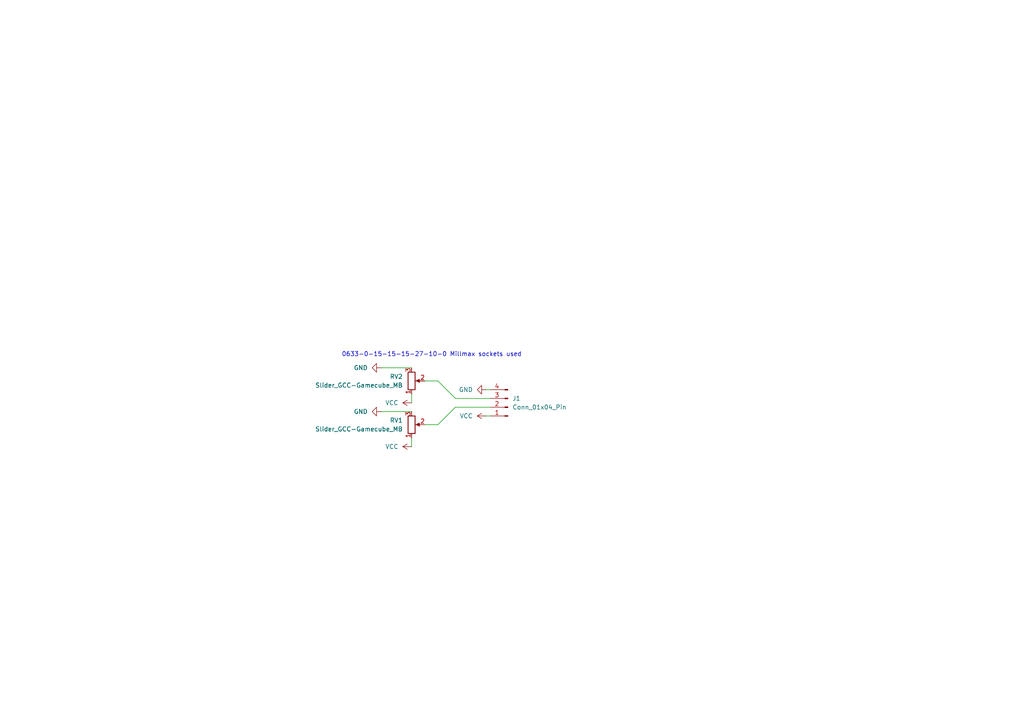
<source format=kicad_sch>
(kicad_sch (version 20231120) (generator "eeschema") (generator_version "8.0")
  (paper "A4")
  (lib_symbols
    (symbol "Connector:Conn_01x04_Pin" (pin_names (offset 1.016) hide)
      (property "Reference" "J" (at 0 5.08 0))
      (property "Value" "Conn_01x04_Pin" (at 0 -7.62 0))
      (symbol "Conn_01x04_Pin_1_1"
        (polyline (pts (xy 1.27 -5.08) (xy 0.8636 -5.08)) (stroke (width 0.1524)))
        (polyline (pts (xy 1.27 -2.54) (xy 0.8636 -2.54)) (stroke (width 0.1524)))
        (polyline (pts (xy 1.27 0) (xy 0.8636 0)) (stroke (width 0.1524)))
        (polyline (pts (xy 1.27 2.54) (xy 0.8636 2.54)) (stroke (width 0.1524)))
        (rectangle (start 0.8636 -4.953) (end 0 -5.207) (stroke (width 0.1524)) (fill (type outline)))
        (rectangle (start 0.8636 -2.413) (end 0 -2.667) (stroke (width 0.1524)) (fill (type outline)))
        (rectangle (start 0.8636 0.127) (end 0 -0.127) (stroke (width 0.1524)) (fill (type outline)))
        (rectangle (start 0.8636 2.667) (end 0 2.413) (stroke (width 0.1524)) (fill (type outline)))
        (pin passive line (at 5.08 2.54 180) (length 3.81) (name "Pin_1") (number "1"))
        (pin passive line (at 5.08 0 180) (length 3.81) (name "Pin_2") (number "2"))
        (pin passive line (at 5.08 -2.54 180) (length 3.81) (name "Pin_3") (number "3"))
        (pin passive line (at 5.08 -5.08 180) (length 3.81) (name "Pin_4") (number "4"))
      )
    )
    (symbol "hhl:Slider_GCC-Gamecube_MB" (pin_names (offset 1.016) hide)
      (property "Reference" "RV" (at -8.255 0 90))
      (property "Value" "Slider_GCC-Gamecube_MB" (at -6.35 0 90))
      (symbol "Slider_GCC-Gamecube_MB_0_1"
        (polyline (pts (xy 2.54 0) (xy 1.524 0)))
        (polyline (pts (xy 1.143 0) (xy 2.286 0.508) (xy 2.286 -0.508)) (fill (type outline)))
        (rectangle (start 1.016 2.54) (end -1.016 -2.54) (stroke (width 0.254)))
      )
      (symbol "Slider_GCC-Gamecube_MB_1_1"
        (pin passive line (at 0 -3.81 90) (length 1.27) (name "GND") (number "1"))
        (pin passive line (at 3.81 0 180) (length 1.27) (name "Signal") (number "2"))
        (pin passive line (at 0 3.81 270) (length 1.27) (name "V+") (number "3"))
      )
    )
    (symbol "power:GND" (power) (pin_numbers hide) (pin_names (offset 0) hide)
      (property "Value" "GND" (at 0 -3.81 0))
      (symbol "GND_0_1"
        (polyline (pts (xy 0 0) (xy 0 -1.27) (xy 1.27 -1.27) (xy 0 -2.54) (xy -1.27 -1.27) (xy 0 -1.27)))
      )
      (symbol "GND_1_1"
        (pin power_in line (at 0 0 270) (length 0) (name "~") (number "1"))
      )
    )
    (symbol "power:VCC" (power) (pin_numbers hide) (pin_names (offset 0) hide)
      (property "Value" "VCC" (at 0 3.556 0))
      (symbol "VCC_0_1"
        (polyline (pts (xy -0.762 1.27) (xy 0 2.54)))
        (polyline (pts (xy 0 0) (xy 0 2.54)))
        (polyline (pts (xy 0 2.54) (xy 0.762 1.27)))
      )
      (symbol "VCC_1_1"
        (pin power_in line (at 0 0 90) (length 0) (name "~") (number "1"))
      )
    )
  )
  (wire (pts (xy 119.38 114.3) (xy 119.38 116.84)))
  (wire (pts (xy 127 123.19) (xy 132.08 118.11)))
  (wire (pts (xy 110.49 106.68) (xy 119.38 106.68)))
  (wire (pts (xy 123.19 123.19) (xy 127 123.19)))
  (wire (pts (xy 142.24 115.57) (xy 132.08 115.57)))
  (wire (pts (xy 119.38 127) (xy 119.38 129.54)))
  (wire (pts (xy 132.08 118.11) (xy 142.24 118.11)))
  (wire (pts (xy 140.97 120.65) (xy 142.24 120.65)))
  (wire (pts (xy 110.49 119.38) (xy 119.38 119.38)))
  (wire (pts (xy 140.97 113.03) (xy 142.24 113.03)))
  (wire (pts (xy 127 110.49) (xy 132.08 115.57)))
  (wire (pts (xy 123.19 110.49) (xy 127 110.49)))
  (text "0633-0-15-15-15-27-10-0 Millmax sockets used\n" (at 125.222 102.87 0) (effects (font (size 1.27 1.27))))
  (symbol (lib_id "power:VCC") (at 119.38 116.84 90) (unit 1)
    (property "Reference" "#PWR04" (effects (hide yes)))
    (property "Value" "VCC" (at 115.57 116.8399 90) (effects (justify left)))
    (property "Description" "Power symbol creates a global label with name \"VCC\"" (effects (hide yes)))
  )
  (symbol (lib_id "Connector:Conn_01x04_Pin") (at 147.32 118.11 180) (unit 1)
    (property "Reference" "J1" (at 148.59 115.5699 0) (effects (justify right)))
    (property "Value" "Conn_01x04_Pin" (at 148.59 118.1099 0) (effects (justify right)))
    (property "Footprint" "Connector_JST:JST_EH_B4B-EH-A_1x04_P2.50mm_Vertical" (effects (hide yes)))
    (property "Description" "Generic connector, single row, 01x04, script generated" (effects (hide yes)))
  )
  (symbol (lib_id "power:VCC") (at 140.97 120.65 90) (unit 1)
    (property "Reference" "#PWR02" (effects (hide yes)))
    (property "Value" "VCC" (at 137.16 120.6499 90) (effects (justify left)))
    (property "Description" "Power symbol creates a global label with name \"VCC\"" (effects (hide yes)))
  )
  (symbol (lib_id "hhl:Slider_GCC-Gamecube_MB") (at 119.38 123.19 0) (unit 1)
    (property "Reference" "RV1" (at 116.84 121.9199 0) (effects (justify right)))
    (property "Value" "Slider_GCC-Gamecube_MB" (at 116.84 124.4599 0) (effects (justify right)))
    (property "Footprint" "hhl:GCC_Slider_MillMax" (effects (hide yes)))
  )
  (symbol (lib_id "power:GND") (at 140.97 113.03 270) (unit 1)
    (property "Reference" "#PWR01" (effects (hide yes)))
    (property "Value" "GND" (at 137.16 113.0299 90) (effects (justify right)))
    (property "Description" "Power symbol creates a global label with name \"GND\" , ground" (effects (hide yes)))
  )
  (symbol (lib_id "power:GND") (at 110.49 106.68 270) (unit 1)
    (property "Reference" "#PWR06" (effects (hide yes)))
    (property "Value" "GND" (at 106.68 106.6799 90) (effects (justify right)))
    (property "Description" "Power symbol creates a global label with name \"GND\" , ground" (effects (hide yes)))
  )
  (symbol (lib_id "power:GND") (at 110.49 119.38 270) (unit 1)
    (property "Reference" "#PWR05" (effects (hide yes)))
    (property "Value" "GND" (at 106.68 119.3799 90) (effects (justify right)))
    (property "Description" "Power symbol creates a global label with name \"GND\" , ground" (effects (hide yes)))
  )
  (symbol (lib_id "power:VCC") (at 119.38 129.54 90) (unit 1)
    (property "Reference" "#PWR03" (effects (hide yes)))
    (property "Value" "VCC" (at 115.57 129.5399 90) (effects (justify left)))
    (property "Description" "Power symbol creates a global label with name \"VCC\"" (effects (hide yes)))
  )
  (symbol (lib_id "hhl:Slider_GCC-Gamecube_MB") (at 119.38 110.49 0) (unit 1)
    (property "Reference" "RV2" (at 116.84 109.2199 0) (effects (justify right)))
    (property "Value" "Slider_GCC-Gamecube_MB" (at 116.84 111.7599 0) (effects (justify right)))
    (property "Footprint" "hhl:GCC_Slider_MillMax" (effects (hide yes)))
  )
)
</source>
